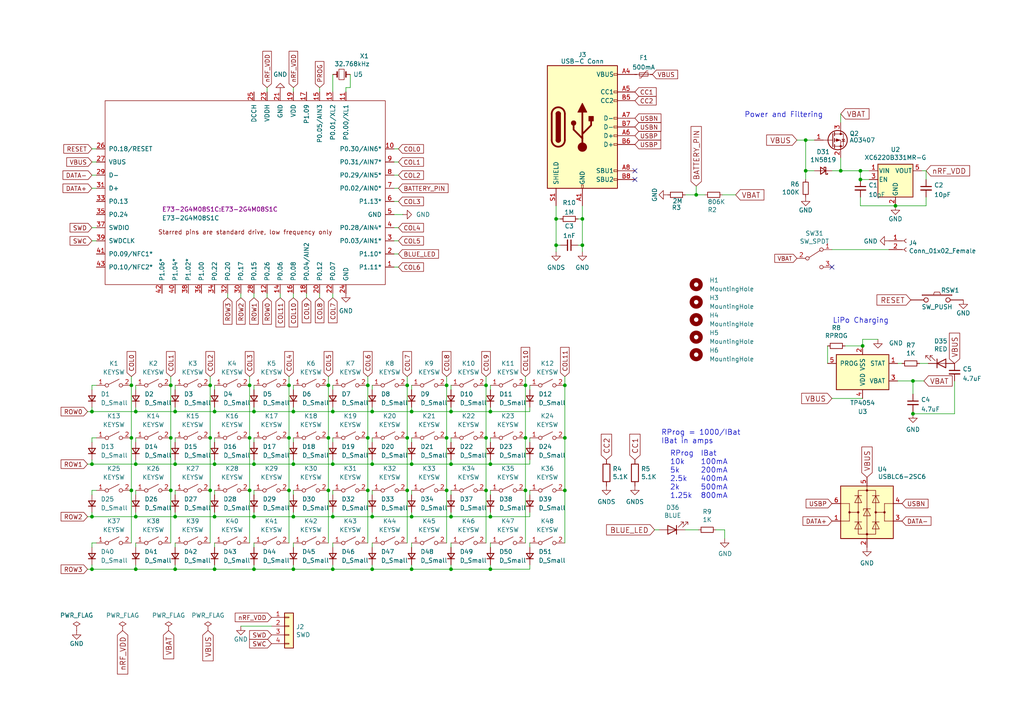
<source format=kicad_sch>
(kicad_sch (version 20250114) (generator "eeschema") (generator_version "9.0")
  (paper "A4")
  (text "RProg\n10k\n5k\n2.5k\n2k\n1.25k" (at 194.31 144.78 0) (effects (font (size 1.524 1.524)) (justify left bottom)))
  (text "Power and Filtering" (at 215.9 34.29 0) (effects (font (size 1.524 1.524)) (justify left bottom)))
  (text "IBat\n100mA\n200mA\n400mA\n500mA\n800mA" (at 203.2 144.78 0) (effects (font (size 1.524 1.524)) (justify left bottom)))
  (text "RProg = 1000/IBat\nIBat in amps" (at 191.77 128.905 0) (effects (font (size 1.524 1.524)) (justify left bottom)))
  (text "LiPo Charging\n" (at 257.81 93.98 0) (effects (font (size 1.524 1.524)) (justify right bottom)))
  (junction (at 152.4 142.24))
  (junction (at 72.39 127))
  (junction (at 249.555 49.53))
  (junction (at 142.24 134.62))
  (junction (at 130.81 119.38))
  (junction (at 26.67 119.38))
  (junction (at 142.24 165.1))
  (junction (at 119.38 149.86))
  (junction (at 85.09 119.38))
  (junction (at 106.68 127))
  (junction (at 26.67 134.62))
  (junction (at 142.24 149.86))
  (junction (at 96.52 119.38))
  (junction (at 62.23 134.62))
  (junction (at 50.8 149.86))
  (junction (at 83.82 111.76))
  (junction (at 39.37 119.38))
  (junction (at 72.39 111.76))
  (junction (at 107.95 149.86))
  (junction (at 73.66 165.1))
  (junction (at 119.38 165.1))
  (junction (at 38.1 111.76))
  (junction (at 264.795 120.015))
  (junction (at 142.24 119.38))
  (junction (at 39.37 149.86))
  (junction (at 26.67 149.86))
  (junction (at 163.83 111.76))
  (junction (at 95.25 142.24))
  (junction (at 95.25 127))
  (junction (at 118.11 111.76))
  (junction (at 163.83 142.24))
  (junction (at 83.82 127))
  (junction (at 106.68 111.76))
  (junction (at 249.555 52.07))
  (junction (at 107.95 119.38))
  (junction (at 85.09 134.62))
  (junction (at 129.54 142.24))
  (junction (at 49.53 127))
  (junction (at 39.37 165.1))
  (junction (at 130.81 149.86))
  (junction (at 73.66 119.38))
  (junction (at 73.66 134.62))
  (junction (at 201.93 56.515))
  (junction (at 85.09 165.1))
  (junction (at 140.97 111.76))
  (junction (at 49.53 142.24))
  (junction (at 152.4 111.76))
  (junction (at 233.68 40.64))
  (junction (at 168.91 63.5))
  (junction (at 60.96 127))
  (junction (at 130.81 165.1))
  (junction (at 50.8 119.38))
  (junction (at 72.39 142.24))
  (junction (at 107.95 165.1))
  (junction (at 152.4 127))
  (junction (at 140.97 142.24))
  (junction (at 250.19 100.33))
  (junction (at 50.8 134.62))
  (junction (at 129.54 111.76))
  (junction (at 161.29 63.5))
  (junction (at 168.91 71.12))
  (junction (at 50.8 165.1))
  (junction (at 233.68 49.53))
  (junction (at 96.52 149.86))
  (junction (at 62.23 149.86))
  (junction (at 161.29 71.12))
  (junction (at 38.1 142.24))
  (junction (at 118.11 142.24))
  (junction (at 39.37 134.62))
  (junction (at 130.81 134.62))
  (junction (at 264.795 110.49))
  (junction (at 38.1 127))
  (junction (at 163.83 127))
  (junction (at 85.09 149.86))
  (junction (at 83.82 142.24))
  (junction (at 119.38 119.38))
  (junction (at 119.38 134.62))
  (junction (at 49.53 111.76))
  (junction (at 62.23 119.38))
  (junction (at 60.96 111.76))
  (junction (at 140.97 127))
  (junction (at 95.25 111.76))
  (junction (at 26.67 165.1))
  (junction (at 96.52 134.62))
  (junction (at 243.84 49.53))
  (junction (at 60.96 142.24))
  (junction (at 73.66 149.86))
  (junction (at 96.52 165.1))
  (junction (at 118.11 127))
  (junction (at 62.23 165.1))
  (junction (at 107.95 134.62))
  (junction (at 259.715 59.69))
  (junction (at 106.68 142.24))
  (junction (at 129.54 127))
  (no_connect (at 241.3 77.47))
  (no_connect (at 184.15 49.53))
  (no_connect (at 184.15 52.07))
  (wire (pts (xy 153.67 157.48) (xy 153.67 158.75)))
  (wire (pts (xy 60.96 127) (xy 60.96 142.24)))
  (wire (pts (xy 27.94 157.48) (xy 26.67 157.48)))
  (wire (pts (xy 85.09 158.75) (xy 85.09 157.48)))
  (wire (pts (xy 96.52 133.35) (xy 96.52 134.62)))
  (wire (pts (xy 140.97 109.22) (xy 140.97 111.76)))
  (wire (pts (xy 26.67 66.04) (xy 27.94 66.04)))
  (wire (pts (xy 119.38 143.51) (xy 119.38 142.24)))
  (wire (pts (xy 49.53 109.22) (xy 49.53 111.76)))
  (wire (pts (xy 62.23 113.03) (xy 62.23 111.76)))
  (wire (pts (xy 85.09 113.03) (xy 85.09 111.76)))
  (wire (pts (xy 60.96 142.24) (xy 60.96 157.48)))
  (wire (pts (xy 106.68 142.24) (xy 106.68 157.48)))
  (wire (pts (xy 50.8 163.83) (xy 50.8 165.1)))
  (wire (pts (xy 107.95 118.11) (xy 107.95 119.38)))
  (wire (pts (xy 26.67 148.59) (xy 26.67 149.86)))
  (wire (pts (xy 39.37 113.03) (xy 39.37 111.76)))
  (wire (pts (xy 96.52 134.62) (xy 107.95 134.62)))
  (wire (pts (xy 118.11 127) (xy 118.11 142.24)))
  (wire (pts (xy 96.52 163.83) (xy 96.52 165.1)))
  (wire (pts (xy 130.81 149.86) (xy 142.24 149.86)))
  (wire (pts (xy 95.25 109.22) (xy 95.25 111.76)))
  (wire (pts (xy 129.54 127) (xy 129.54 142.24)))
  (wire (pts (xy 62.23 128.27) (xy 62.23 127)))
  (wire (pts (xy 168.91 71.12) (xy 168.91 73.025)))
  (wire (pts (xy 130.81 165.1) (xy 142.24 165.1)))
  (wire (pts (xy 142.24 149.86) (xy 153.67 149.86)))
  (wire (pts (xy 85.09 133.35) (xy 85.09 134.62)))
  (wire (pts (xy 50.8 158.75) (xy 50.8 157.48)))
  (wire (pts (xy 60.96 111.76) (xy 60.96 127)))
  (wire (pts (xy 142.24 165.1) (xy 153.67 165.1)))
  (wire (pts (xy 107.95 149.86) (xy 119.38 149.86)))
  (wire (pts (xy 83.82 127) (xy 83.82 142.24)))
  (wire (pts (xy 73.66 128.27) (xy 73.66 127)))
  (wire (pts (xy 210.185 156.21) (xy 210.185 153.67)))
  (wire (pts (xy 95.25 111.76) (xy 95.25 127)))
  (wire (pts (xy 130.81 134.62) (xy 142.24 134.62)))
  (wire (pts (xy 85.09 85.09) (xy 85.09 86.36)))
  (wire (pts (xy 62.23 133.35) (xy 62.23 134.62)))
  (wire (pts (xy 260.35 110.49) (xy 264.795 110.49)))
  (wire (pts (xy 26.67 163.83) (xy 26.67 165.1)))
  (wire (pts (xy 62.23 165.1) (xy 73.66 165.1)))
  (wire (pts (xy 153.67 118.11) (xy 153.67 119.38)))
  (wire (pts (xy 119.38 148.59) (xy 119.38 149.86)))
  (wire (pts (xy 101.6 25.4) (xy 100.33 25.4)))
  (wire (pts (xy 107.95 133.35) (xy 107.95 134.62)))
  (wire (pts (xy 60.96 109.22) (xy 60.96 111.76)))
  (wire (pts (xy 161.29 63.5) (xy 161.29 71.12)))
  (wire (pts (xy 119.38 113.03) (xy 119.38 111.76)))
  (wire (pts (xy 26.67 46.99) (xy 27.94 46.99)))
  (wire (pts (xy 73.66 163.83) (xy 73.66 165.1)))
  (wire (pts (xy 241.3 115.57) (xy 250.19 115.57)))
  (wire (pts (xy 38.1 127) (xy 38.1 142.24)))
  (wire (pts (xy 96.52 158.75) (xy 96.52 157.48)))
  (wire (pts (xy 73.66 143.51) (xy 73.66 142.24)))
  (wire (pts (xy 81.28 85.09) (xy 81.28 86.36)))
  (wire (pts (xy 163.83 109.22) (xy 163.83 111.76)))
  (wire (pts (xy 83.82 111.76) (xy 83.82 127)))
  (wire (pts (xy 106.68 127) (xy 106.68 142.24)))
  (wire (pts (xy 107.95 134.62) (xy 119.38 134.62)))
  (wire (pts (xy 73.66 113.03) (xy 73.66 111.76)))
  (wire (pts (xy 163.83 127) (xy 163.83 142.24)))
  (wire (pts (xy 276.86 110.49) (xy 276.86 120.015)))
  (wire (pts (xy 85.09 134.62) (xy 96.52 134.62)))
  (wire (pts (xy 62.23 134.62) (xy 73.66 134.62)))
  (wire (pts (xy 73.66 134.62) (xy 85.09 134.62)))
  (wire (pts (xy 72.39 109.22) (xy 72.39 111.76)))
  (wire (pts (xy 130.81 148.59) (xy 130.81 149.86)))
  (wire (pts (xy 233.68 52.07) (xy 233.68 49.53)))
  (wire (pts (xy 249.555 49.53) (xy 252.095 49.53)))
  (wire (pts (xy 85.09 119.38) (xy 96.52 119.38)))
  (wire (pts (xy 243.84 33.02) (xy 243.84 35.56)))
  (wire (pts (xy 231.14 40.64) (xy 233.68 40.64)))
  (wire (pts (xy 119.38 165.1) (xy 130.81 165.1)))
  (wire (pts (xy 152.4 142.24) (xy 152.4 157.48)))
  (wire (pts (xy 83.82 109.22) (xy 83.82 111.76)))
  (wire (pts (xy 106.68 111.76) (xy 106.68 127)))
  (wire (pts (xy 204.47 56.515) (xy 201.93 56.515)))
  (wire (pts (xy 62.23 163.83) (xy 62.23 165.1)))
  (wire (pts (xy 168.91 63.5) (xy 168.91 71.12)))
  (wire (pts (xy 268.605 59.69) (xy 259.715 59.69)))
  (wire (pts (xy 96.52 165.1) (xy 107.95 165.1)))
  (wire (pts (xy 72.39 111.76) (xy 72.39 127)))
  (wire (pts (xy 163.83 111.76) (xy 163.83 127)))
  (wire (pts (xy 119.38 158.75) (xy 119.38 157.48)))
  (wire (pts (xy 27.94 111.76) (xy 26.67 111.76)))
  (wire (pts (xy 26.67 134.62) (xy 39.37 134.62)))
  (wire (pts (xy 119.38 128.27) (xy 119.38 127)))
  (wire (pts (xy 50.8 148.59) (xy 50.8 149.86)))
  (wire (pts (xy 130.81 128.27) (xy 130.81 127)))
  (wire (pts (xy 26.67 50.8) (xy 27.94 50.8)))
  (wire (pts (xy 114.3 77.47) (xy 115.57 77.47)))
  (wire (pts (xy 50.8 134.62) (xy 62.23 134.62)))
  (wire (pts (xy 25.4 165.1) (xy 26.67 165.1)))
  (wire (pts (xy 189.865 153.67) (xy 191.135 153.67)))
  (wire (pts (xy 50.8 128.27) (xy 50.8 127)))
  (wire (pts (xy 140.97 142.24) (xy 140.97 157.48)))
  (wire (pts (xy 39.37 149.86) (xy 50.8 149.86)))
  (wire (pts (xy 233.68 49.53) (xy 236.22 49.53)))
  (wire (pts (xy 264.795 110.49) (xy 264.795 114.3)))
  (wire (pts (xy 152.4 111.76) (xy 152.4 127)))
  (wire (pts (xy 107.95 148.59) (xy 107.95 149.86)))
  (wire (pts (xy 77.47 25.4) (xy 77.47 26.67)))
  (wire (pts (xy 250.19 98.425) (xy 250.19 100.33)))
  (wire (pts (xy 119.38 133.35) (xy 119.38 134.62)))
  (wire (pts (xy 240.03 100.33) (xy 240.03 105.41)))
  (wire (pts (xy 85.09 163.83) (xy 85.09 165.1)))
  (wire (pts (xy 140.97 111.76) (xy 140.97 127)))
  (wire (pts (xy 101.6 21.59) (xy 101.6 25.4)))
  (wire (pts (xy 106.68 109.22) (xy 106.68 111.76)))
  (wire (pts (xy 233.68 40.64) (xy 236.22 40.64)))
  (wire (pts (xy 50.8 133.35) (xy 50.8 134.62)))
  (wire (pts (xy 241.3 49.53) (xy 243.84 49.53)))
  (wire (pts (xy 26.67 118.11) (xy 26.67 119.38)))
  (wire (pts (xy 261.62 105.41) (xy 260.35 105.41)))
  (wire (pts (xy 50.8 143.51) (xy 50.8 142.24)))
  (wire (pts (xy 114.3 46.99) (xy 115.57 46.99)))
  (wire (pts (xy 92.71 25.4) (xy 92.71 26.67)))
  (wire (pts (xy 130.81 113.03) (xy 130.81 111.76)))
  (wire (pts (xy 245.11 100.33) (xy 250.19 100.33)))
  (wire (pts (xy 96.52 119.38) (xy 107.95 119.38)))
  (wire (pts (xy 243.84 45.72) (xy 243.84 49.53)))
  (wire (pts (xy 26.67 119.38) (xy 39.37 119.38)))
  (wire (pts (xy 85.09 149.86) (xy 96.52 149.86)))
  (wire (pts (xy 163.83 142.24) (xy 163.83 157.48)))
  (wire (pts (xy 73.66 119.38) (xy 85.09 119.38)))
  (wire (pts (xy 96.52 128.27) (xy 96.52 127)))
  (wire (pts (xy 167.64 63.5) (xy 168.91 63.5)))
  (wire (pts (xy 107.95 119.38) (xy 119.38 119.38)))
  (wire (pts (xy 152.4 109.22) (xy 152.4 111.76)))
  (wire (pts (xy 49.53 111.76) (xy 49.53 127)))
  (wire (pts (xy 26.67 111.76) (xy 26.67 113.03)))
  (wire (pts (xy 69.85 85.09) (xy 69.85 86.36)))
  (wire (pts (xy 114.3 69.85) (xy 115.57 69.85)))
  (wire (pts (xy 130.81 163.83) (xy 130.81 165.1)))
  (wire (pts (xy 107.95 158.75) (xy 107.95 157.48)))
  (wire (pts (xy 114.3 54.61) (xy 115.57 54.61)))
  (wire (pts (xy 73.66 158.75) (xy 73.66 157.48)))
  (wire (pts (xy 26.67 165.1) (xy 39.37 165.1)))
  (wire (pts (xy 39.37 143.51) (xy 39.37 142.24)))
  (wire (pts (xy 142.24 118.11) (xy 142.24 119.38)))
  (wire (pts (xy 201.93 53.975) (xy 201.93 56.515)))
  (wire (pts (xy 142.24 148.59) (xy 142.24 149.86)))
  (wire (pts (xy 114.3 62.23) (xy 116.84 62.23)))
  (wire (pts (xy 114.3 43.18) (xy 115.57 43.18)))
  (wire (pts (xy 49.53 142.24) (xy 49.53 157.48)))
  (wire (pts (xy 161.29 71.12) (xy 161.29 73.025)))
  (wire (pts (xy 264.795 119.38) (xy 264.795 120.015)))
  (wire (pts (xy 129.54 142.24) (xy 129.54 157.48)))
  (wire (pts (xy 119.38 118.11) (xy 119.38 119.38)))
  (wire (pts (xy 142.24 133.35) (xy 142.24 134.62)))
  (wire (pts (xy 25.4 149.86) (xy 26.67 149.86)))
  (wire (pts (xy 269.24 105.41) (xy 266.7 105.41)))
  (wire (pts (xy 39.37 119.38) (xy 50.8 119.38)))
  (wire (pts (xy 142.24 163.83) (xy 142.24 165.1)))
  (wire (pts (xy 49.53 127) (xy 49.53 142.24)))
  (wire (pts (xy 39.37 163.83) (xy 39.37 165.1)))
  (wire (pts (xy 96.52 118.11) (xy 96.52 119.38)))
  (wire (pts (xy 96.52 143.51) (xy 96.52 142.24)))
  (wire (pts (xy 161.29 59.69) (xy 161.29 63.5)))
  (wire (pts (xy 72.39 142.24) (xy 72.39 157.48)))
  (wire (pts (xy 26.67 69.85) (xy 27.94 69.85)))
  (wire (pts (xy 130.81 158.75) (xy 130.81 157.48)))
  (wire (pts (xy 118.11 109.22) (xy 118.11 111.76)))
  (wire (pts (xy 62.23 119.38) (xy 73.66 119.38)))
  (wire (pts (xy 249.555 59.69) (xy 259.715 59.69)))
  (wire (pts (xy 27.94 142.24) (xy 26.67 142.24)))
  (wire (pts (xy 39.37 118.11) (xy 39.37 119.38)))
  (wire (pts (xy 26.67 149.86) (xy 39.37 149.86)))
  (wire (pts (xy 96.52 149.86) (xy 107.95 149.86)))
  (wire (pts (xy 167.64 71.12) (xy 168.91 71.12)))
  (wire (pts (xy 153.67 148.59) (xy 153.67 149.86)))
  (wire (pts (xy 107.95 113.03) (xy 107.95 111.76)))
  (wire (pts (xy 243.84 49.53) (xy 249.555 49.53)))
  (wire (pts (xy 38.1 111.76) (xy 38.1 127)))
  (wire (pts (xy 119.38 119.38) (xy 130.81 119.38)))
  (wire (pts (xy 142.24 157.48) (xy 142.24 158.75)))
  (wire (pts (xy 249.555 57.15) (xy 249.555 59.69)))
  (wire (pts (xy 50.8 149.86) (xy 62.23 149.86)))
  (wire (pts (xy 249.555 52.07) (xy 249.555 49.53)))
  (wire (pts (xy 62.23 143.51) (xy 62.23 142.24)))
  (wire (pts (xy 25.4 134.62) (xy 26.67 134.62)))
  (wire (pts (xy 73.66 149.86) (xy 85.09 149.86)))
  (wire (pts (xy 50.8 113.03) (xy 50.8 111.76)))
  (wire (pts (xy 152.4 127) (xy 152.4 142.24)))
  (wire (pts (xy 129.54 109.22) (xy 129.54 111.76)))
  (wire (pts (xy 142.24 142.24) (xy 142.24 143.51)))
  (wire (pts (xy 72.39 127) (xy 72.39 142.24)))
  (wire (pts (xy 241.3 72.39) (xy 257.81 72.39)))
  (wire (pts (xy 73.66 85.09) (xy 73.66 86.36)))
  (wire (pts (xy 95.25 127) (xy 95.25 142.24)))
  (wire (pts (xy 77.47 85.09) (xy 77.47 86.36)))
  (wire (pts (xy 114.3 66.04) (xy 115.57 66.04)))
  (wire (pts (xy 92.71 85.09) (xy 92.71 86.36)))
  (wire (pts (xy 50.8 119.38) (xy 62.23 119.38)))
  (wire (pts (xy 107.95 165.1) (xy 119.38 165.1)))
  (wire (pts (xy 39.37 134.62) (xy 50.8 134.62)))
  (wire (pts (xy 142.24 127) (xy 142.24 128.27)))
  (wire (pts (xy 114.3 73.66) (xy 115.57 73.66)))
  (wire (pts (xy 62.23 118.11) (xy 62.23 119.38)))
  (wire (pts (xy 26.67 54.61) (xy 27.94 54.61)))
  (wire (pts (xy 114.3 58.42) (xy 115.57 58.42)))
  (wire (pts (xy 142.24 119.38) (xy 153.67 119.38)))
  (wire (pts (xy 198.755 153.67) (xy 202.565 153.67)))
  (wire (pts (xy 153.67 163.83) (xy 153.67 165.1)))
  (wire (pts (xy 85.09 118.11) (xy 85.09 119.38)))
  (wire (pts (xy 50.8 118.11) (xy 50.8 119.38)))
  (wire (pts (xy 213.36 56.515) (xy 209.55 56.515)))
  (wire (pts (xy 85.09 143.51) (xy 85.09 142.24)))
  (wire (pts (xy 62.23 158.75) (xy 62.23 157.48)))
  (wire (pts (xy 66.04 85.09) (xy 66.04 86.36)))
  (wire (pts (xy 88.9 85.09) (xy 88.9 86.36)))
  (wire (pts (xy 129.54 111.76) (xy 129.54 127)))
  (wire (pts (xy 85.09 165.1) (xy 96.52 165.1)))
  (wire (pts (xy 26.67 43.18) (xy 27.94 43.18)))
  (wire (pts (xy 107.95 128.27) (xy 107.95 127)))
  (wire (pts (xy 119.38 163.83) (xy 119.38 165.1)))
  (wire (pts (xy 119.38 149.86) (xy 130.81 149.86)))
  (wire (pts (xy 118.11 111.76) (xy 118.11 127)))
  (wire (pts (xy 26.67 142.24) (xy 26.67 143.51)))
  (wire (pts (xy 161.29 63.5) (xy 162.56 63.5)))
  (wire (pts (xy 85.09 128.27) (xy 85.09 127)))
  (wire (pts (xy 201.93 56.515) (xy 198.755 56.515)))
  (wire (pts (xy 73.66 118.11) (xy 73.66 119.38)))
  (wire (pts (xy 114.3 50.8) (xy 115.57 50.8)))
  (wire (pts (xy 142.24 111.76) (xy 142.24 113.03)))
  (wire (pts (xy 153.67 133.35) (xy 153.67 134.62)))
  (wire (pts (xy 95.25 142.24) (xy 95.25 157.48)))
  (wire (pts (xy 118.11 142.24) (xy 118.11 157.48)))
  (wire (pts (xy 130.81 143.51) (xy 130.81 142.24)))
  (wire (pts (xy 268.605 57.15) (xy 268.605 59.69)))
  (wire (pts (xy 142.24 134.62) (xy 153.67 134.62)))
  (wire (pts (xy 153.67 111.76) (xy 153.67 113.03)))
  (wire (pts (xy 62.23 149.86) (xy 73.66 149.86)))
  (wire (pts (xy 96.52 148.59) (xy 96.52 149.86)))
  (wire (pts (xy 38.1 109.22) (xy 38.1 111.76)))
  (wire (pts (xy 85.09 25.4) (xy 85.09 26.67)))
  (wire (pts (xy 107.95 143.51) (xy 107.95 142.24)))
  (wire (pts (xy 50.8 165.1) (xy 62.23 165.1)))
  (wire (pts (xy 26.67 157.48) (xy 26.67 158.75)))
  (wire (pts (xy 119.38 134.62) (xy 130.81 134.62)))
  (wire (pts (xy 267.335 49.53) (xy 268.605 49.53)))
  (wire (pts (xy 73.66 165.1) (xy 85.09 165.1)))
  (wire (pts (xy 130.81 133.35) (xy 130.81 134.62)))
  (wire (pts (xy 39.37 165.1) (xy 50.8 165.1)))
  (wire (pts (xy 207.645 153.67) (xy 210.185 153.67)))
  (wire (pts (xy 39.37 133.35) (xy 39.37 134.62)))
  (wire (pts (xy 38.1 142.24) (xy 38.1 157.48)))
  (wire (pts (xy 168.91 59.69) (xy 168.91 63.5)))
  (wire (pts (xy 39.37 148.59) (xy 39.37 149.86)))
  (wire (pts (xy 26.67 127) (xy 26.67 128.27)))
  (wire (pts (xy 96.52 21.59) (xy 96.52 26.67)))
  (wire (pts (xy 39.37 128.27) (xy 39.37 127)))
  (wire (pts (xy 254.635 98.425) (xy 250.19 98.425)))
  (wire (pts (xy 73.66 148.59) (xy 73.66 149.86)))
  (wire (pts (xy 39.37 158.75) (xy 39.37 157.48)))
  (wire (pts (xy 26.67 133.35) (xy 26.67 134.62)))
  (wire (pts (xy 153.67 142.24) (xy 153.67 143.51)))
  (wire (pts (xy 153.67 127) (xy 153.67 128.27)))
  (wire (pts (xy 276.86 120.015) (xy 264.795 120.015)))
  (wire (pts (xy 264.795 110.49) (xy 267.97 110.49)))
  (wire (pts (xy 130.81 119.38) (xy 142.24 119.38)))
  (wire (pts (xy 85.09 148.59) (xy 85.09 149.86)))
  (wire (pts (xy 252.095 52.07) (xy 249.555 52.07)))
  (wire (pts (xy 25.4 119.38) (xy 26.67 119.38)))
  (wire (pts (xy 62.23 148.59) (xy 62.23 149.86)))
  (wire (pts (xy 78.74 181.61) (xy 69.85 181.61)))
  (wire (pts (xy 96.52 85.09) (xy 96.52 86.36)))
  (wire (pts (xy 233.68 49.53) (xy 233.68 40.64)))
  (wire (pts (xy 130.81 118.11) (xy 130.81 119.38)))
  (wire (pts (xy 73.66 133.35) (xy 73.66 134.62)))
  (wire (pts (xy 161.29 71.12) (xy 162.56 71.12)))
  (wire (pts (xy 140.97 127) (xy 140.97 142.24)))
  (wire (pts (xy 96.52 113.03) (xy 96.52 111.76)))
  (wire (pts (xy 83.82 142.24) (xy 83.82 157.48)))
  (wire (pts (xy 27.94 127) (xy 26.67 127)))
  (wire (pts (xy 268.605 49.53) (xy 268.605 52.07)))
  (wire (pts (xy 100.33 25.4) (xy 100.33 26.67)))
  (wire (pts (xy 107.95 163.83) (xy 107.95 165.1)))
  (global_label "ROW0" (shape input) (at 77.47 86.36 270) (property "Intersheetrefs" "${INTERSHEET_REFS}" (effects (hide yes))))
  (global_label "VBAT" (shape input) (at 243.84 33.02 0) (effects (font (size 1.524 1.524))) (property "Intersheetrefs" "${INTERSHEET_REFS}" (effects (hide yes))))
  (global_label "ROW2" (shape input) (at 25.4 149.86 180) (property "Intersheetrefs" "${INTERSHEET_REFS}" (effects (hide yes))))
  (global_label "VBUS" (shape input) (at 276.86 105.41 90) (effects (font (size 1.524 1.524))) (property "Intersheetrefs" "${INTERSHEET_REFS}" (effects (hide yes))))
  (global_label "VBUS" (shape input) (at 241.3 115.57 180) (effects (font (size 1.524 1.524))) (property "Intersheetrefs" "${INTERSHEET_REFS}" (effects (hide yes))))
  (global_label "COL9" (shape input) (at 140.97 109.22 90) (property "Intersheetrefs" "${INTERSHEET_REFS}" (effects (hide yes))))
  (global_label "COL11" (shape input) (at 81.28 86.36 270) (property "Intersheetrefs" "${INTERSHEET_REFS}" (effects (hide yes))))
  (global_label "COL7" (shape input) (at 96.52 86.36 270) (property "Intersheetrefs" "${INTERSHEET_REFS}" (effects (hide yes))))
  (global_label "ROW3" (shape input) (at 66.04 86.36 270) (property "Intersheetrefs" "${INTERSHEET_REFS}" (effects (hide yes))))
  (global_label "nRF_VDD" (shape input) (at 78.74 179.07 180) (property "Intersheetrefs" "${INTERSHEET_REFS}" (effects (hide yes))))
  (global_label "USBP" (shape input) (at 184.15 41.91 0) (property "Intersheetrefs" "${INTERSHEET_REFS}" (effects (hide yes))))
  (global_label "nRF_VDD" (shape input) (at 77.47 25.4 90) (property "Intersheetrefs" "${INTERSHEET_REFS}" (effects (hide yes))))
  (global_label "DATA+" (shape input) (at 241.3 151.13 180) (property "Intersheetrefs" "${INTERSHEET_REFS}" (effects (hide yes))))
  (global_label "VBAT" (shape input) (at 213.36 56.515 0) (effects (font (size 1.524 1.524))) (property "Intersheetrefs" "${INTERSHEET_REFS}" (effects (hide yes))))
  (global_label "COL7" (shape input) (at 118.11 109.22 90) (property "Intersheetrefs" "${INTERSHEET_REFS}" (effects (hide yes))))
  (global_label "COL4" (shape input) (at 115.57 66.04 0) (property "Intersheetrefs" "${INTERSHEET_REFS}" (effects (hide yes))))
  (global_label "VBUS" (shape input) (at 231.14 40.64 180) (effects (font (size 1.524 1.524))) (property "Intersheetrefs" "${INTERSHEET_REFS}" (effects (hide yes))))
  (global_label "VBUS" (shape input) (at 251.46 138.43 90) (effects (font (size 1.524 1.524))) (property "Intersheetrefs" "${INTERSHEET_REFS}" (effects (hide yes))))
  (global_label "nRF_VDD" (shape input) (at 35.56 182.88 270) (effects (font (size 1.524 1.524))) (property "Intersheetrefs" "${INTERSHEET_REFS}" (effects (hide yes))))
  (global_label "RESET" (shape input) (at 26.67 43.18 180) (property "Intersheetrefs" "${INTERSHEET_REFS}" (effects (hide yes))))
  (global_label "VBAT" (shape input) (at 267.97 110.49 0) (effects (font (size 1.524 1.524))) (property "Intersheetrefs" "${INTERSHEET_REFS}" (effects (hide yes))))
  (global_label "ROW1" (shape input) (at 73.66 86.36 270) (property "Intersheetrefs" "${INTERSHEET_REFS}" (effects (hide yes))))
  (global_label "ROW2" (shape input) (at 69.85 86.36 270) (property "Intersheetrefs" "${INTERSHEET_REFS}" (effects (hide yes))))
  (global_label "COL10" (shape input) (at 85.09 86.36 270) (property "Intersheetrefs" "${INTERSHEET_REFS}" (effects (hide yes))))
  (global_label "VBAT" (shape input) (at 48.895 182.88 270) (effects (font (size 1.524 1.524))) (property "Intersheetrefs" "${INTERSHEET_REFS}" (effects (hide yes))))
  (global_label "COL10" (shape input) (at 152.4 109.22 90) (property "Intersheetrefs" "${INTERSHEET_REFS}" (effects (hide yes))))
  (global_label "BLUE_LED" (shape input) (at 189.865 153.67 180) (effects (font (size 1.524 1.524))) (property "Intersheetrefs" "${INTERSHEET_REFS}" (effects (hide yes))))
  (global_label "USBP" (shape input) (at 241.3 146.05 180) (property "Intersheetrefs" "${INTERSHEET_REFS}" (effects (hide yes))))
  (global_label "VBUS" (shape input) (at 60.325 182.88 270) (effects (font (size 1.524 1.524))) (property "Intersheetrefs" "${INTERSHEET_REFS}" (effects (hide yes))))
  (global_label "VBAT" (shape input) (at 231.14 74.93 180) (effects (font (size 1.1938 1.1938))) (property "Intersheetrefs" "${INTERSHEET_REFS}" (effects (hide yes))))
  (global_label "PROG" (shape input) (at 92.71 25.4 90) (property "Intersheetrefs" "${INTERSHEET_REFS}" (effects (hide yes))))
  (global_label "BATTERY_PIN" (shape input) (at 115.57 54.61 0) (property "Intersheetrefs" "${INTERSHEET_REFS}" (effects (hide yes))))
  (global_label "SWD" (shape input) (at 78.74 184.15 180) (property "Intersheetrefs" "${INTERSHEET_REFS}" (effects (hide yes))))
  (global_label "DATA-" (shape input) (at 26.67 50.8 180) (property "Intersheetrefs" "${INTERSHEET_REFS}" (effects (hide yes))))
  (global_label "USBP" (shape input) (at 184.15 39.37 0) (property "Intersheetrefs" "${INTERSHEET_REFS}" (effects (hide yes))))
  (global_label "COL3" (shape input) (at 72.39 109.22 90) (property "Intersheetrefs" "${INTERSHEET_REFS}" (effects (hide yes))))
  (global_label "nRF_VDD" (shape input) (at 268.605 49.53 0) (effects (font (size 1.524 1.524))) (property "Intersheetrefs" "${INTERSHEET_REFS}" (effects (hide yes))))
  (global_label "COL11" (shape input) (at 163.83 109.22 90) (property "Intersheetrefs" "${INTERSHEET_REFS}" (effects (hide yes))))
  (global_label "USBN" (shape input) (at 261.62 146.05 0) (property "Intersheetrefs" "${INTERSHEET_REFS}" (effects (hide yes))))
  (global_label "DATA-" (shape input) (at 261.62 151.13 0) (property "Intersheetrefs" "${INTERSHEET_REFS}" (effects (hide yes))))
  (global_label "ROW1" (shape input) (at 25.4 134.62 180) (property "Intersheetrefs" "${INTERSHEET_REFS}" (effects (hide yes))))
  (global_label "COL4" (shape input) (at 83.82 109.22 90) (property "Intersheetrefs" "${INTERSHEET_REFS}" (effects (hide yes))))
  (global_label "BLUE_LED" (shape input) (at 115.57 73.66 0) (property "Intersheetrefs" "${INTERSHEET_REFS}" (effects (hide yes))))
  (global_label "COL6" (shape input) (at 115.57 77.47 0) (property "Intersheetrefs" "${INTERSHEET_REFS}" (effects (hide yes))))
  (global_label "COL0" (shape input) (at 115.57 43.18 0) (property "Intersheetrefs" "${INTERSHEET_REFS}" (effects (hide yes))))
  (global_label "VBUS" (shape input) (at 26.67 46.99 180) (property "Intersheetrefs" "${INTERSHEET_REFS}" (effects (hide yes))))
  (global_label "ROW0" (shape input) (at 25.4 119.38 180) (property "Intersheetrefs" "${INTERSHEET_REFS}" (effects (hide yes))))
  (global_label "COL2" (shape input) (at 60.96 109.22 90) (property "Intersheetrefs" "${INTERSHEET_REFS}" (effects (hide yes))))
  (global_label "COL0" (shape input) (at 38.1 109.22 90) (property "Intersheetrefs" "${INTERSHEET_REFS}" (effects (hide yes))))
  (global_label "SWC" (shape input) (at 26.67 69.85 180) (property "Intersheetrefs" "${INTERSHEET_REFS}" (effects (hide yes))))
  (global_label "CC2" (shape input) (at 175.895 133.35 90) (effects (font (size 1.524 1.524))) (property "Intersheetrefs" "${INTERSHEET_REFS}" (effects (hide yes))))
  (global_label "BATTERY_PIN" (shape input) (at 201.93 53.975 90) (effects (font (size 1.524 1.524))) (property "Intersheetrefs" "${INTERSHEET_REFS}" (effects (hide yes))))
  (global_label "USBN" (shape input) (at 184.15 34.29 0) (property "Intersheetrefs" "${INTERSHEET_REFS}" (effects (hide yes))))
  (global_label "ROW3" (shape input) (at 25.4 165.1 180) (property "Intersheetrefs" "${INTERSHEET_REFS}" (effects (hide yes))))
  (global_label "COL2" (shape input) (at 115.57 50.8 0) (property "Intersheetrefs" "${INTERSHEET_REFS}" (effects (hide yes))))
  (global_label "VBUS" (shape input) (at 189.23 21.59 0) (property "Intersheetrefs" "${INTERSHEET_REFS}" (effects (hide yes))))
  (global_label "DATA+" (shape input) (at 26.67 54.61 180) (property "Intersheetrefs" "${INTERSHEET_REFS}" (effects (hide yes))))
  (global_label "COL8" (shape input) (at 129.54 109.22 90) (property "Intersheetrefs" "${INTERSHEET_REFS}" (effects (hide yes))))
  (global_label "COL5" (shape input) (at 115.57 69.85 0) (property "Intersheetrefs" "${INTERSHEET_REFS}" (effects (hide yes))))
  (global_label "SWC" (shape input) (at 78.74 186.69 180) (property "Intersheetrefs" "${INTERSHEET_REFS}" (effects (hide yes))))
  (global_label "RESET" (shape input) (at 264.16 86.995 180) (effects (font (size 1.524 1.524))) (property "Intersheetrefs" "${INTERSHEET_REFS}" (effects (hide yes))))
  (global_label "COL1" (shape input) (at 49.53 109.22 90) (property "Intersheetrefs" "${INTERSHEET_REFS}" (effects (hide yes))))
  (global_label "COL8" (shape input) (at 92.71 86.36 270) (property "Intersheetrefs" "${INTERSHEET_REFS}" (effects (hide yes))))
  (global_label "SWD" (shape input) (at 26.67 66.04 180) (property "Intersheetrefs" "${INTERSHEET_REFS}" (effects (hide yes))))
  (global_label "CC1" (shape input) (at 184.15 133.35 90) (effects (font (size 1.524 1.524))) (property "Intersheetrefs" "${INTERSHEET_REFS}" (effects (hide yes))))
  (global_label "USBN" (shape input) (at 184.15 36.83 0) (property "Intersheetrefs" "${INTERSHEET_REFS}" (effects (hide yes))))
  (global_label "COL6" (shape input) (at 106.68 109.22 90) (property "Intersheetrefs" "${INTERSHEET_REFS}" (effects (hide yes))))
  (global_label "CC1" (shape input) (at 184.15 26.67 0) (property "Intersheetrefs" "${INTERSHEET_REFS}" (effects (hide yes))))
  (global_label "COL1" (shape input) (at 115.57 46.99 0) (property "Intersheetrefs" "${INTERSHEET_REFS}" (effects (hide yes))))
  (global_label "COL5" (shape input) (at 95.25 109.22 90) (property "Intersheetrefs" "${INTERSHEET_REFS}" (effects (hide yes))))
  (global_label "COL9" (shape input) (at 88.9 86.36 270) (property "Intersheetrefs" "${INTERSHEET_REFS}" (effects (hide yes))))
  (global_label "COL3" (shape input) (at 115.57 58.42 0) (property "Intersheetrefs" "${INTERSHEET_REFS}" (effects (hide yes))))
  (global_label "nRF_VDD" (shape input) (at 85.09 25.4 90) (property "Intersheetrefs" "${INTERSHEET_REFS}" (effects (hide yes))))
  (global_label "CC2" (shape input) (at 184.15 29.21 0) (property "Intersheetrefs" "${INTERSHEET_REFS}" (effects (hide yes))))
  (symbol (lib_id "Keyboard_Components:KEYSW") (at 158.75 157.48 0) (unit 1)
    (property "Reference" "K48" (at 158.75 151.13 0))
    (property "Value" "KEYSW" (at 158.75 153.67 0))
    (property "Footprint" "kbd:keyswitch_gateron_low_profile_1u" (effects (hide yes)))
  )
  (symbol (lib_id "Keyboard_Components:KEYSW") (at 55.88 111.76 0) (unit 1)
    (property "Reference" "K3" (at 55.88 105.41 0))
    (property "Value" "KEYSW" (at 55.88 107.95 0))
    (property "Footprint" "kbd:keyswitch_gateron_low_profile_1u" (effects (hide yes)))
  )
  (symbol (lib_id "Device:D_Small") (at 96.52 115.57 90) (unit 1)
    (property "Reference" "D7" (at 99.06 114.3 90) (effects (justify right)))
    (property "Value" "D_Small" (at 99.06 116.84 90) (effects (justify right)))
    (property "Footprint" "kbd:D3_SMD" (effects (hide yes)))
  )
  (symbol (lib_id "Device:R_Small") (at 207.01 56.515 270) (unit 1)
    (property "Reference" "R2" (at 205.232 60.8584 90) (effects (justify left)))
    (property "Value" "806K" (at 205.232 58.547 90) (effects (justify left)))
    (property "Footprint" "kbd:R_0603_1608Metric_REV" (effects (hide yes)))
  )
  (symbol (lib_id "Device:R") (at 184.15 137.16 0) (unit 1)
    (property "Reference" "R5" (at 185.928 135.9916 0) (effects (justify left)))
    (property "Value" "5.1K" (at 185.928 138.303 0) (effects (justify left)))
    (property "Footprint" "kbd:R_0603_1608Metric_REV" (effects (hide yes)))
  )
  (symbol (lib_id "Device:R") (at 175.895 137.16 0) (unit 1)
    (property "Reference" "R4" (at 177.673 135.9916 0) (effects (justify left)))
    (property "Value" "5.1K" (at 177.673 138.303 0) (effects (justify left)))
    (property "Footprint" "kbd:R_0603_1608Metric_REV" (effects (hide yes)))
  )
  (symbol (lib_id "Keyboard_Components:KEYSW") (at 44.45 111.76 0) (unit 1)
    (property "Reference" "K2" (at 44.45 105.41 0))
    (property "Value" "KEYSW" (at 44.45 107.95 0))
    (property "Footprint" "kbd:keyswitch_gateron_low_profile_1u" (effects (hide yes)))
  )
  (symbol (lib_id "Device:D_Small") (at 119.38 146.05 90) (unit 1)
    (property "Reference" "D34" (at 121.92 144.78 90) (effects (justify right)))
    (property "Value" "D_Small" (at 121.92 147.32 90) (effects (justify right)))
    (property "Footprint" "kbd:D3_SMD" (effects (hide yes)))
  )
  (symbol (lib_name "GND_1") (lib_id "power:GND") (at 116.84 62.23 90) (unit 1)
    (property "Reference" "#PWR019" (effects (hide yes)))
    (property "Value" "GND" (at 120.65 62.2299 90) (effects (justify right)))
    (property "Description" "Power symbol creates a global label with name \"GND\" , ground" (effects (hide yes)))
  )
  (symbol (lib_id "Device:D_Small") (at 26.67 115.57 90) (unit 1)
    (property "Reference" "D1" (at 29.21 114.3 90) (effects (justify right)))
    (property "Value" "D_Small" (at 29.21 116.84 90) (effects (justify right)))
    (property "Footprint" "kbd:D3_SMD" (effects (hide yes)))
  )
  (symbol (lib_id "Keyboard_Components:KEYSW") (at 135.89 127 0) (unit 1)
    (property "Reference" "K22" (at 135.89 120.65 0))
    (property "Value" "KEYSW" (at 135.89 123.19 0))
    (property "Footprint" "kbd:keyswitch_gateron_low_profile_1u" (effects (hide yes)))
  )
  (symbol (lib_id "Keyboard_Components:KEYSW") (at 158.75 111.76 0) (unit 1)
    (property "Reference" "K12" (at 158.75 105.41 0))
    (property "Value" "KEYSW" (at 158.75 107.95 0))
    (property "Footprint" "kbd:keyswitch_gateron_low_profile_1u" (effects (hide yes)))
  )
  (symbol (lib_id "power:PWR_FLAG") (at 22.225 182.88 0) (unit 1)
    (property "Reference" "#FLG01" (effects (hide yes)))
    (property "Value" "PWR_FLAG" (at 22.225 178.4858 0))
  )
  (symbol (lib_id "Device:D_Schottky_Small") (at 238.76 49.53 180) (unit 1)
    (property "Reference" "D31" (at 238.76 44.0436 0))
    (property "Value" "1N5819" (at 238.76 46.355 0))
    (property "Footprint" "kbd:D_SOD-323_HandSoldering_REV" (effects (hide yes)))
  )
  (symbol (lib_id "Keyboard_Components:KEYSW") (at 158.75 127 0) (unit 1)
    (property "Reference" "K24" (at 158.75 120.65 0))
    (property "Value" "KEYSW" (at 158.75 123.19 0))
    (property "Footprint" "kbd:keyswitch_gateron_low_profile_1u" (effects (hide yes)))
  )
  (symbol (lib_id "Device:D_Small") (at 62.23 161.29 90) (unit 1)
    (property "Reference" "D43" (at 64.77 160.02 90) (effects (justify right)))
    (property "Value" "D_Small" (at 64.77 162.56 90) (effects (justify right)))
    (property "Footprint" "kbd:D3_SMD" (effects (hide yes)))
  )
  (symbol (lib_id "Keyboard_Components:KEYSW") (at 101.6 127 0) (unit 1)
    (property "Reference" "K19" (at 101.6 120.65 0))
    (property "Value" "KEYSW" (at 101.6 123.19 0))
    (property "Footprint" "kbd:keyswitch_gateron_low_profile_1u" (effects (hide yes)))
  )
  (symbol (lib_id "Keyboard_Components:KEYSW") (at 55.88 127 0) (unit 1)
    (property "Reference" "K15" (at 55.88 120.65 0))
    (property "Value" "KEYSW" (at 55.88 123.19 0))
    (property "Footprint" "kbd:keyswitch_gateron_low_profile_1u" (effects (hide yes)))
  )
  (symbol (lib_id "Regulator_Linear:AP2112K-3.3") (at 259.715 52.07 0) (unit 1)
    (property "Reference" "U2" (at 259.715 43.3832 0))
    (property "Value" "XC6220B331MR-G" (at 259.715 45.6946 0))
    (property "Footprint" "kbd:SOT-23-5_HandSoldering_REV" (effects (hide yes)))
    (property "Datasheet" "https://www.diodes.com/assets/Datasheets/AP2112.pdf" (effects (hide yes)))
  )
  (symbol (lib_id "Device:D_Small") (at 85.09 161.29 90) (unit 1)
    (property "Reference" "D45" (at 87.63 160.02 90) (effects (justify right)))
    (property "Value" "D_Small" (at 87.63 162.56 90) (effects (justify right)))
    (property "Footprint" "kbd:D3_SMD" (effects (hide yes)))
  )
  (symbol (lib_id "Device:D_Small") (at 107.95 115.57 90) (unit 1)
    (property "Reference" "D8" (at 110.49 114.3 90) (effects (justify right)))
    (property "Value" "D_Small" (at 110.49 116.84 90) (effects (justify right)))
    (property "Footprint" "kbd:D3_SMD" (effects (hide yes)))
  )
  (symbol (lib_id "Device:R_Small") (at 242.57 100.33 90) (mirror x) (unit 1)
    (property "Reference" "R8" (at 242.57 95.0722 90))
    (property "Value" "RPROG" (at 242.57 97.3836 90))
    (property "Footprint" "kbd:R_0603_1608Metric_REV" (effects (hide yes)))
  )
  (symbol (lib_id "power:GNDS") (at 175.895 140.97 0) (unit 1)
    (property "Reference" "#PWR08" (effects (hide yes)))
    (property "Value" "GNDS" (at 175.895 145.5326 0))
  )
  (symbol (lib_id "Device:D_Small") (at 50.8 130.81 90) (unit 1)
    (property "Reference" "D15" (at 53.34 129.54 90) (effects (justify right)))
    (property "Value" "D_Small" (at 53.34 132.08 90) (effects (justify right)))
    (property "Footprint" "kbd:D3_SMD" (effects (hide yes)))
  )
  (symbol (lib_id "Device:D_Small") (at 130.81 146.05 90) (unit 1)
    (property "Reference" "D37" (at 133.35 144.78 90) (effects (justify right)))
    (property "Value" "D_Small" (at 133.35 147.32 90) (effects (justify right)))
    (property "Footprint" "kbd:D3_SMD" (effects (hide yes)))
  )
  (symbol (lib_id "Device:C_Small") (at 264.795 116.84 0) (unit 1)
    (property "Reference" "C4" (at 267.1192 115.9315 0) (effects (justify left)))
    (property "Value" "4.7uF" (at 267.1192 118.7066 0) (effects (justify left)))
    (property "Footprint" "kbd:C_0603_1608Metric_REV" (effects (hide yes)))
    (property "LCSC" "C19666" (effects (hide yes)))
  )
  (symbol (lib_id "Device:D_Small") (at 85.09 115.57 90) (unit 1)
    (property "Reference" "D6" (at 87.63 114.3 90) (effects (justify right)))
    (property "Value" "D_Small" (at 87.63 116.84 90) (effects (justify right)))
    (property "Footprint" "kbd:D3_SMD" (effects (hide yes)))
  )
  (symbol (lib_id "Keyboard_Components:KEYSW") (at 90.17 127 0) (unit 1)
    (property "Reference" "K18" (at 90.17 120.65 0))
    (property "Value" "KEYSW" (at 90.17 123.19 0))
    (property "Footprint" "kbd:keyswitch_gateron_low_profile_1u" (effects (hide yes)))
  )
  (symbol (lib_id "Power_Protection:USBLC6-2SC6") (at 251.46 148.59 0) (unit 1)
    (property "Reference" "U4" (at 255.905 136.1144 0))
    (property "Value" "USBLC6-2SC6" (at 261.62 138.2545 0))
    (property "Footprint" "kbd:SOT-23-6_Handsoldering_REV" (effects (hide yes)))
    (property "Datasheet" "https://www.st.com/resource/en/datasheet/usblc6-2.pdf" (effects (hide yes)))
    (property "LCSC" "C558442" (effects (hide yes)))
  )
  (symbol (lib_id "Device:C_Small") (at 268.605 54.61 0) (unit 1)
    (property "Reference" "C2" (at 270.9292 53.7015 0) (effects (justify left)))
    (property "Value" "10pF" (at 270.9292 56.4766 0) (effects (justify left)))
    (property "Footprint" "kbd:C_0603_1608Metric_REV" (effects (hide yes)))
    (property "LCSC" "C1634" (effects (hide yes)))
  )
  (symbol (lib_id "E73-2G4M08S1C:E73-2G4M08S1C") (at 71.12 55.88 0) (unit 1)
    (property "Reference" "U5" (at 102.4733 21.59 0) (effects (justify left)))
    (property "Value" "E73-2G4M08S1C" (at 46.99 63.246 0) (effects (justify left)))
    (property "Footprint" "E73-2G4M08S1C:E73-2G4M08S1C" (at 46.99 60.706 0) (effects (justify left)))
    (property "Datasheet" "http://www.ebyte.com/en/downpdf.aspx?id=445" (effects (hide yes)))
    (property "Description" "CDEbyte E73-2G4M08S1C" (effects (hide yes)))
  )
  (symbol (lib_id "Connector_Generic:Conn_01x04") (at 83.82 181.61 0) (unit 1)
    (property "Reference" "J2" (at 85.852 181.8132 0) (effects (justify left)))
    (property "Value" "SWD" (at 85.852 184.1246 0) (effects (justify left)))
    (property "Footprint" "kbd:connector_swd_REV" (effects (hide yes)))
  )
  (symbol (lib_id "Mechanical:MountingHole") (at 201.93 97.79 0) (unit 1)
    (property "Reference" "H5" (at 205.74 96.52 0) (effects (justify left)))
    (property "Value" "MountingHole" (at 205.74 99.06 0) (effects (justify left)))
    (property "Footprint" "kbd:M2-MountingHole-Standoff" (effects (hide yes)))
  )
  (symbol (lib_id "Device:D_Small") (at 96.52 146.05 90) (unit 1)
    (property "Reference" "D32" (at 99.06 144.78 90) (effects (justify right)))
    (property "Value" "D_Small" (at 99.06 147.32 90) (effects (justify right)))
    (property "Footprint" "kbd:D3_SMD" (effects (hide yes)))
  )
  (symbol (lib_id "power:GND") (at 210.185 156.21 0) (unit 1)
    (property "Reference" "#PWR018" (effects (hide yes)))
    (property "Value" "GND" (at 210.312 160.6042 0))
  )
  (symbol (lib_id "Keyboard_Components:KEYSW") (at 44.45 127 0) (unit 1)
    (property "Reference" "K14" (at 44.45 120.65 0))
    (property "Value" "KEYSW" (at 44.45 123.19 0))
    (property "Footprint" "kbd:keyswitch_gateron_low_profile_1u" (effects (hide yes)))
  )
  (symbol (lib_id "power:GND") (at 257.81 69.85 270) (unit 1)
    (property "Reference" "#PWR01" (effects (hide yes)))
    (property "Value" "GND" (at 254.5588 69.977 90) (effects (justify right)))
  )
  (symbol (lib_id "Keyboard_Components:KEYSW") (at 55.88 142.24 0) (unit 1)
    (property "Reference" "K27" (at 55.88 135.89 0))
    (property "Value" "KEYSW" (at 55.88 138.43 0))
    (property "Footprint" "kbd:keyswitch_gateron_low_profile_1u" (effects (hide yes)))
  )
  (symbol (lib_id "Keyboard_Components:KEYSW") (at 67.31 142.24 0) (unit 1)
    (property "Reference" "K28" (at 67.31 135.89 0))
    (property "Value" "KEYSW" (at 67.31 138.43 0))
    (property "Footprint" "kbd:keyswitch_gateron_low_profile_1u" (effects (hide yes)))
  )
  (symbol (lib_id "Keyboard_Components:KEYSW") (at 33.02 127 0) (unit 1)
    (property "Reference" "K13" (at 33.02 120.65 0))
    (property "Value" "KEYSW" (at 33.02 123.19 0))
    (property "Footprint" "kbd:keyswitch_gateron_low_profile_1u" (effects (hide yes)))
  )
  (symbol (lib_id "Device:D_Small") (at 119.38 161.29 90) (unit 1)
    (property "Reference" "D48" (at 121.92 160.02 90) (effects (justify right)))
    (property "Value" "D_Small" (at 121.92 162.56 90) (effects (justify right)))
    (property "Footprint" "kbd:D3_SMD" (effects (hide yes)))
  )
  (symbol (lib_id "Mechanical:MountingHole") (at 201.93 87.63 0) (unit 1)
    (property "Reference" "H3" (at 205.74 86.36 0) (effects (justify left)))
    (property "Value" "MountingHole" (at 205.74 88.9 0) (effects (justify left)))
    (property "Footprint" "kbd:M2-MountingHole-Standoff" (effects (hide yes)))
  )
  (symbol (lib_id "power:GND") (at 69.85 181.61 0) (mirror y) (unit 1)
    (property "Reference" "#PWR06" (effects (hide yes)))
    (property "Value" "GND" (at 69.85 185.42 0))
  )
  (symbol (lib_id "Device:D_Small") (at 119.38 115.57 90) (unit 1)
    (property "Reference" "D9" (at 121.92 114.3 90) (effects (justify right)))
    (property "Value" "D_Small" (at 121.92 116.84 90) (effects (justify right)))
    (property "Footprint" "kbd:D3_SMD" (effects (hide yes)))
  )
  (symbol (lib_id "power:PWR_FLAG") (at 48.895 182.88 0) (unit 1)
    (property "Reference" "#FLG03" (effects (hide yes)))
    (property "Value" "PWR_FLAG" (at 48.895 178.4858 0))
  )
  (symbol (lib_id "Device:D_Small") (at 26.67 161.29 90) (unit 1)
    (property "Reference" "D40" (at 29.21 160.02 90) (effects (justify right)))
    (property "Value" "D_Small" (at 29.21 162.56 90) (effects (justify right)))
    (property "Footprint" "kbd:D3_SMD" (effects (hide yes)))
  )
  (symbol (lib_id "Keyboard_Components:KEYSW") (at 158.75 142.24 0) (unit 1)
    (property "Reference" "K36" (at 158.75 135.89 0))
    (property "Value" "KEYSW" (at 158.75 138.43 0))
    (property "Footprint" "kbd:keyswitch_gateron_low_profile_1u" (effects (hide yes)))
  )
  (symbol (lib_id "Device:Q_PMOS_GSD") (at 241.3 40.64 0) (unit 1)
    (property "Reference" "Q2" (at 246.38 38.735 0) (effects (justify left)))
    (property "Value" "AO3407" (at 246.38 40.64 0) (effects (justify left)))
    (property "Footprint" "kbd:SOT-23_Handsoldering_REV" (effects (hide yes)))
  )
  (symbol (lib_id "Mechanical:MountingHole") (at 201.93 82.55 0) (unit 1)
    (property "Reference" "H1" (at 205.74 81.28 0) (effects (justify left)))
    (property "Value" "MountingHole" (at 205.74 83.82 0) (effects (justify left)))
    (property "Footprint" "kbd:M2-MountingHole-Standoff" (effects (hide yes)))
  )
  (symbol (lib_id "Keyboard_Components:KEYSW") (at 101.6 142.24 0) (unit 1)
    (property "Reference" "K31" (at 101.6 135.89 0))
    (property "Value" "KEYSW" (at 101.6 138.43 0))
    (property "Footprint" "kbd:keyswitch_gateron_low_profile_1u" (effects (hide yes)))
  )
  (symbol (lib_id "Connector:USB_C_Receptacle_USB2.0") (at 168.91 36.83 0) (unit 1)
    (property "Reference" "J3" (at 168.91 15.875 0))
    (property "Value" "USB-C Conn" (at 168.91 17.78 0))
    (property "Footprint" "kbd:USB-C_C168688_REV" (effects (hide yes)))
    (property "Datasheet" "https://www.usb.org/sites/default/files/documents/usb_type-c.zip" (effects (hide yes)))
  )
  (symbol (lib_id "Device:D_Small") (at 153.67 146.05 90) (unit 1)
    (property "Reference" "D39" (at 156.21 144.78 90) (effects (justify right)))
    (property "Value" "D_Small" (at 156.21 147.32 90) (effects (justify right)))
    (property "Footprint" "kbd:D3_SMD" (effects (hide yes)))
  )
  (symbol (lib_id "Device:D_Small") (at 73.66 130.81 90) (unit 1)
    (property "Reference" "D17" (at 76.2 129.54 90) (effects (justify right)))
    (property "Value" "D_Small" (at 76.2 132.08 90) (effects (justify right)))
    (property "Footprint" "kbd:D3_SMD" (effects (hide yes)))
  )
  (symbol (lib_id "power:GND") (at 254.635 98.425 0) (unit 1)
    (property "Reference" "#PWR016" (effects (hide yes)))
    (property "Value" "GND" (at 257.81 99.5044 0) (effects (justify left)))
  )
  (symbol (lib_name "GND_1") (lib_id "power:GND") (at 81.28 26.67 180) (unit 1)
    (property "Reference" "#PWR03" (effects (hide yes)))
    (property "Value" "GND" (at 81.28 21.59 0))
    (property "Description" "Power symbol creates a global label with name \"GND\" , ground" (effects (hide yes)))
  )
  (symbol (lib_id "Device:D_Small") (at 142.24 130.81 90) (unit 1)
    (property "Reference" "D23" (at 144.78 129.54 90) (effects (justify right)))
    (property "Value" "D_Small" (at 144.78 132.08 90) (effects (justify right)))
    (property "Footprint" "kbd:D3_SMD" (effects (hide yes)))
  )
  (symbol (lib_id "Device:C_Small") (at 249.555 54.61 0) (unit 1)
    (property "Reference" "C1" (at 251.8792 53.7015 0) (effects (justify left)))
    (property "Value" "10pF" (at 251.8792 56.4766 0) (effects (justify left)))
    (property "Footprint" "kbd:C_0603_1608Metric_REV" (effects (hide yes)))
    (property "LCSC" "C1634" (effects (hide yes)))
  )
  (symbol (lib_id "Keyboard_Components:KEYSW") (at 124.46 157.48 0) (unit 1)
    (property "Reference" "K45" (at 124.46 151.13 0))
    (property "Value" "KEYSW" (at 124.46 153.67 0))
    (property "Footprint" "kbd:keyswitch_gateron_low_profile_1u" (effects (hide yes)))
  )
  (symbol (lib_id "Keyboard_Components:KEYSW") (at 44.45 157.48 0) (unit 1)
    (property "Reference" "K38" (at 44.45 151.13 0))
    (property "Value" "KEYSW" (at 44.45 153.67 0))
    (property "Footprint" "kbd:keyswitch_gateron_low_profile_1u" (effects (hide yes)))
  )
  (symbol (lib_id "Device:D_Small") (at 26.67 146.05 90) (unit 1)
    (property "Reference" "D25" (at 29.21 144.78 90) (effects (justify right)))
    (property "Value" "D_Small" (at 29.21 147.32 90) (effects (justify right)))
    (property "Footprint" "kbd:D3_SMD" (effects (hide yes)))
  )
  (symbol (lib_id "Device:D_Small") (at 142.24 146.05 90) (unit 1)
    (property "Reference" "D38" (at 144.78 144.78 90) (effects (justify right)))
    (property "Value" "D_Small" (at 144.78 147.32 90) (effects (justify right)))
    (property "Footprint" "kbd:D3_SMD" (effects (hide yes)))
  )
  (symbol (lib_id "power:GND") (at 264.795 120.015 0) (unit 1)
    (property "Reference" "#PWR017" (effects (hide yes)))
    (property "Value" "GND" (at 264.795 124.5776 0))
  )
  (symbol (lib_id "Keyboard_Components:KEYSW") (at 101.6 111.76 0) (unit 1)
    (property "Reference" "K7" (at 101.6 105.41 0))
    (property "Value" "KEYSW" (at 101.6 107.95 0))
    (property "Footprint" "kbd:keyswitch_gateron_low_profile_1u" (effects (hide yes)))
  )
  (symbol (lib_id "power:GND") (at 233.68 57.15 0) (unit 1)
    (property "Reference" "#PWR013" (effects (hide yes)))
    (property "Value" "GND" (at 233.68 60.96 0))
  )
  (symbol (lib_id "Device:D_Small") (at 107.95 146.05 90) (unit 1)
    (property "Reference" "D33" (at 110.49 144.78 90) (effects (justify right)))
    (property "Value" "D_Small" (at 110.49 147.32 90) (effects (justify right)))
    (property "Footprint" "kbd:D3_SMD" (effects (hide yes)))
  )
  (symbol (lib_id "Device:D_Small") (at 39.37 130.81 90) (unit 1)
    (property "Reference" "D14" (at 41.91 129.54 90) (effects (justify right)))
    (property "Value" "D_Small" (at 41.91 132.08 90) (effects (justify right)))
    (property "Footprint" "kbd:D3_SMD" (effects (hide yes)))
  )
  (symbol (lib_name "GND_1") (lib_id "power:GND") (at 100.33 85.09 0) (unit 1)
    (property "Reference" "#PWR05" (effects (hide yes)))
    (property "Value" "GND" (at 100.33 90.17 0))
    (property "Description" "Power symbol creates a global label with name \"GND\" , ground" (effects (hide yes)))
  )
  (symbol (lib_id "Keyboard_Components:KEYSW") (at 113.03 127 0) (unit 1)
    (property "Reference" "K20" (at 113.03 120.65 0))
    (property "Value" "KEYSW" (at 113.03 123.19 0))
    (property "Footprint" "kbd:keyswitch_gateron_low_profile_1u" (effects (hide yes)))
  )
  (symbol (lib_id "Mechanical:MountingHole") (at 201.93 102.87 0) (unit 1)
    (property "Reference" "H6" (at 205.74 101.6 0) (effects (justify left)))
    (property "Value" "MountingHole" (at 205.74 104.14 0) (effects (justify left)))
    (property "Footprint" "kbd:M2-MountingHole-Standoff" (effects (hide yes)))
  )
  (symbol (lib_id "power:GND") (at 251.46 158.75 0) (unit 1)
    (property "Reference" "#PWR09" (effects (hide yes)))
    (property "Value" "GND" (at 251.46 163.3126 0))
  )
  (symbol (lib_id "Device:D_Small") (at 62.23 115.57 90) (unit 1)
    (property "Reference" "D4" (at 64.77 114.3 90) (effects (justify right)))
    (property "Value" "D_Small" (at 64.77 116.84 90) (effects (justify right)))
    (property "Footprint" "kbd:D3_SMD" (effects (hide yes)))
  )
  (symbol (lib_id "Keyboard_Components:KEYSW") (at 67.31 111.76 0) (unit 1)
    (property "Reference" "K4" (at 67.31 105.41 0))
    (property "Value" "KEYSW" (at 67.31 107.95 0))
    (property "Footprint" "kbd:keyswitch_gateron_low_profile_1u" (effects (hide yes)))
  )
  (symbol (lib_id "Device:D_Small") (at 50.8 146.05 90) (unit 1)
    (property "Reference" "D27" (at 53.34 144.78 90) (effects (justify right)))
    (property "Value" "D_Small" (at 53.34 147.32 90) (effects (justify right)))
    (property "Footprint" "kbd:D3_SMD" (effects (hide yes)))
  )
  (symbol (lib_id "Device:D_Small") (at 130.81 130.81 90) (unit 1)
    (property "Reference" "D22" (at 133.35 129.54 90) (effects (justify right)))
    (property "Value" "D_Small" (at 133.35 132.08 90) (effects (justify right)))
    (property "Footprint" "kbd:D3_SMD" (effects (hide yes)))
  )
  (symbol (lib_id "Device:D_Small") (at 119.38 130.81 90) (unit 1)
    (property "Reference" "D21" (at 121.92 129.54 90) (effects (justify right)))
    (property "Value" "D_Small" (at 121.92 132.08 90) (effects (justify right)))
    (property "Footprint" "kbd:D3_SMD" (effects (hide yes)))
  )
  (symbol (lib_id "Device:D_Small") (at 130.81 161.29 90) (unit 1)
    (property "Reference" "D49" (at 133.35 160.02 90) (effects (justify right)))
    (property "Value" "D_Small" (at 133.35 162.56 90) (effects (justify right)))
    (property "Footprint" "kbd:D3_SMD" (effects (hide yes)))
  )
  (symbol (lib_id "power:GND") (at 259.715 59.69 0) (unit 1)
    (property "Reference" "#PWR014" (effects (hide yes)))
    (property "Value" "GND" (at 259.715 63.5 0))
  )
  (symbol (lib_id "Keyboard_Components:KEYSW") (at 101.6 157.48 0) (unit 1)
    (property "Reference" "K43" (at 101.6 151.13 0))
    (property "Value" "KEYSW" (at 101.6 153.67 0))
    (property "Footprint" "kbd:keyswitch_gateron_low_profile_1u" (effects (hide yes)))
  )
  (symbol (lib_id "Device:D_Small") (at 39.37 146.05 90) (unit 1)
    (property "Reference" "D26" (at 41.91 144.78 90) (effects (justify right)))
    (property "Value" "D_Small" (at 41.91 147.32 90) (effects (justify right)))
    (property "Footprint" "kbd:D3_SMD" (effects (hide yes)))
  )
  (symbol (lib_id "Keyboard_Components:KEYSW") (at 90.17 157.48 0) (unit 1)
    (property "Reference" "K42" (at 90.17 151.13 0))
    (property "Value" "KEYSW" (at 90.17 153.67 0))
    (property "Footprint" "kbd:keyswitch_gateron_low_profile_1u" (effects (hide yes)))
  )
  (symbol (lib_id "Keyboard_Components:KEYSW") (at 78.74 127 0) (unit 1)
    (property "Reference" "K17" (at 78.74 120.65 0))
    (property "Value" "KEYSW" (at 78.74 123.19 0))
    (property "Footprint" "kbd:keyswitch_gateron_low_profile_1u" (effects (hide yes)))
  )
  (symbol (lib_id "Device:D_Small") (at 107.95 130.81 90) (unit 1)
    (property "Reference" "D20" (at 110.49 129.54 90) (effects (justify right)))
    (property "Value" "D_Small" (at 110.49 132.08 90) (effects (justify right)))
    (property "Footprint" "kbd:D3_SMD" (effects (hide yes)))
  )
  (symbol (lib_id "power:GND") (at 22.225 182.88 0) (unit 1)
    (property "Reference" "#PWR011" (effects (hide yes)))
    (property "Value" "GND" (at 22.225 186.69 0))
  )
  (symbol (lib_id "power:GND") (at 168.91 73.025 0) (unit 1)
    (property "Reference" "#PWR015" (effects (hide yes)))
    (property "Value" "GND" (at 168.91 77.5876 0))
  )
  (symbol (lib_id "Device:Crystal_Small") (at 99.06 21.59 0) (mirror x) (unit 1)
    (property "Reference" "X1" (at 105.664 16.256 0))
    (property "Value" "32.768kHz" (at 102.108 18.542 0))
    (property "Footprint" "kbd:Crystal_SMD_MicroCrystal_CM9V-T1A-2Pin_1.6x1.0mm_HandSoldering_REV" (effects (hide yes)))
  )
  (symbol (lib_id "Battery_Management:MCP73831-3-OT") (at 250.19 107.95 0) (mirror x) (unit 1)
    (property "Reference" "U3" (at 250.19 119.38 0))
    (property "Value" "TP4054" (at 250.19 116.84 0))
    (property "Footprint" "kbd:SOT-23-5_HandSoldering_REV" (effects (hide yes)))
    (property "Datasheet" "http://ww1.microchip.com/downloads/en/DeviceDoc/20001984g.pdf" (effects (hide yes)))
  )
  (symbol (lib_id "Keyboard_Components:KEYSW") (at 135.89 157.48 0) (unit 1)
    (property "Reference" "K46" (at 135.89 151.13 0))
    (property "Value" "KEYSW" (at 135.89 153.67 0))
    (property "Footprint" "kbd:keyswitch_gateron_low_profile_1u" (effects (hide yes)))
  )
  (symbol (lib_id "power:GND") (at 193.675 56.515 270) (unit 1)
    (property "Reference" "#PWR07" (effects (hide yes)))
    (property "Value" "GND" (at 189.865 56.515 0))
  )
  (symbol (lib_id "Keyboard_Components:KEYSW") (at 67.31 127 0) (unit 1)
    (property "Reference" "K16" (at 67.31 120.65 0))
    (property "Value" "KEYSW" (at 67.31 123.19 0))
    (property "Footprint" "kbd:keyswitch_gateron_low_profile_1u" (effects (hide yes)))
  )
  (symbol (lib_id "Keyboard_Components:KEYSW") (at 135.89 142.24 0) (unit 1)
    (property "Reference" "K34" (at 135.89 135.89 0))
    (property "Value" "KEYSW" (at 135.89 138.43 0))
    (property "Footprint" "kbd:keyswitch_gateron_low_profile_1u" (effects (hide yes)))
  )
  (symbol (lib_id "Keyboard_Components:KEYSW") (at 135.89 111.76 0) (unit 1)
    (property "Reference" "K10" (at 135.89 105.41 0))
    (property "Value" "KEYSW" (at 135.89 107.95 0))
    (property "Footprint" "kbd:keyswitch_gateron_low_profile_1u" (effects (hide yes)))
  )
  (symbol (lib_id "Device:D_Small") (at 73.66 146.05 90) (unit 1)
    (property "Reference" "D29" (at 76.2 144.78 90) (effects (justify right)))
    (property "Value" "D_Small" (at 76.2 147.32 90) (effects (justify right)))
    (property "Footprint" "kbd:D3_SMD" (effects (hide yes)))
  )
  (symbol (lib_id "power:PWR_FLAG") (at 35.56 182.88 0) (unit 1)
    (property "Reference" "#FLG02" (effects (hide yes)))
    (property "Value" "PWR_FLAG" (at 35.56 178.4858 0))
  )
  (symbol (lib_id "Keyboard_Components:KEYSW") (at 33.02 142.24 0) (unit 1)
    (property "Reference" "K25" (at 33.02 135.89 0))
    (property "Value" "KEYSW" (at 33.02 138.43 0))
    (property "Footprint" "kbd:keyswitch_gateron_low_profile_1u" (effects (hide yes)))
  )
  (symbol (lib_id "Keyboard_Components:KEYSW") (at 67.31 157.48 0) (unit 1)
    (property "Reference" "K40" (at 67.31 151.13 0))
    (property "Value" "KEYSW" (at 67.31 153.67 0))
    (property "Footprint" "kbd:keyswitch_gateron_low_profile_1u" (effects (hide yes)))
  )
  (symbol (lib_id "Device:D_Small") (at 153.67 115.57 90) (unit 1)
    (property "Reference" "D12" (at 156.21 114.3 90) (effects (justify right)))
    (property "Value" "D_Small" (at 156.21 116.84 90) (effects (justify right)))
    (property "Footprint" "kbd:D3_SMD" (effects (hide yes)))
  )
  (symbol (lib_id "Keyboard_Components:KEYSW") (at 78.74 142.24 0) (unit 1)
    (property "Reference" "K29" (at 78.74 135.89 0))
    (property "Value" "KEYSW" (at 78.74 138.43 0))
    (property "Footprint" "kbd:keyswitch_gateron_low_profile_1u" (effects (hide yes)))
  )
  (symbol (lib_id "Device:D_Small") (at 107.95 161.29 90) (unit 1)
    (property "Reference" "D47" (at 110.49 160.02 90) (effects (justify right)))
    (property "Value" "D_Small" (at 110.49 162.56 90) (effects (justify right)))
    (property "Footprint" "kbd:D3_SMD" (effects (hide yes)))
  )
  (symbol (lib_id "Device:D_Small") (at 39.37 161.29 90) (unit 1)
    (property "Reference" "D41" (at 41.91 160.02 90) (effects (justify right)))
    (property "Value" "D_Small" (at 41.91 162.56 90) (effects (justify right)))
    (property "Footprint" "kbd:D3_SMD" (effects (hide yes)))
  )
  (symbol (lib_id "Keyboard_Components:KEYSW") (at 78.74 157.48 0) (unit 1)
    (property "Reference" "K41" (at 78.74 151.13 0))
    (property "Value" "KEYSW" (at 78.74 153.67 0))
    (property "Footprint" "kbd:keyswitch_gateron_low_profile_1u" (effects (hide yes)))
  )
  (symbol (lib_id "Keyboard_Components:KEYSW") (at 78.74 111.76 0) (unit 1)
    (property "Reference" "K5" (at 78.74 105.41 0))
    (property "Value" "KEYSW" (at 78.74 107.95 0))
    (property "Footprint" "kbd:keyswitch_gateron_low_profile_1u" (effects (hide yes)))
  )
  (symbol (lib_id "corne-cherry-rescue:SW_PUSH-kbd-corne-cherry-rescue") (at 271.78 86.995 0) (unit 1)
    (property "Reference" "RSW1" (at 275.59 84.201 0))
    (property "Value" "SW_PUSH" (at 271.78 89.027 0))
    (property "Footprint" "kbd:SW_SPST_EVQP7C_REV" (effects (hide yes)))
  )
  (symbol (lib_id "Keyboard_Components:KEYSW") (at 147.32 142.24 0) (unit 1)
    (property "Reference" "K35" (at 147.32 135.89 0))
    (property "Value" "KEYSW" (at 147.32 138.43 0))
    (property "Footprint" "kbd:keyswitch_gateron_low_profile_1u" (effects (hide yes)))
  )
  (symbol (lib_id "Keyboard_Components:KEYSW") (at 147.32 127 0) (unit 1)
    (property "Reference" "K23" (at 147.32 120.65 0))
    (property "Value" "KEYSW" (at 147.32 123.19 0))
    (property "Footprint" "kbd:keyswitch_gateron_low_profile_1u" (effects (hide yes)))
  )
  (symbol (lib_id "Device:D_Small") (at 142.24 161.29 90) (unit 1)
    (property "Reference" "D50" (at 144.78 160.02 90) (effects (justify right)))
    (property "Value" "D_Small" (at 144.78 162.56 90) (effects (justify right)))
    (property "Footprint" "kbd:D3_SMD" (effects (hide yes)))
  )
  (symbol (lib_id "Device:C_Small") (at 276.86 107.95 0) (unit 1)
    (property "Reference" "C5" (at 279.1842 107.0415 0) (effects (justify left)))
    (property "Value" "4.7uF" (at 279.1842 109.8166 0) (effects (justify left)))
    (property "Footprint" "kbd:C_0603_1608Metric_REV" (effects (hide yes)))
    (property "LCSC" "C19666" (effects (hide yes)))
  )
  (symbol (lib_id "Device:LED") (at 194.945 153.67 180) (unit 1)
    (property "Reference" "D36" (at 195.1228 147.193 0))
    (property "Value" "BLUE" (at 195.1228 149.5044 0))
    (property "Footprint" "kbd:LED_0603_1608Metric_REV" (effects (hide yes)))
  )
  (symbol (lib_id "Device:Polyfuse_Small") (at 186.69 21.59 90) (unit 1)
    (property "Reference" "F1" (at 186.69 16.7344 90))
    (property "Value" "500mA" (at 186.69 19.5095 90))
    (property "Footprint" "kbd:Fuse_1206_3216Metric_REV" (effects (hide yes)))
    (property "LCSC" "C883122" (effects (hide yes)))
  )
  (symbol (lib_id "Device:D_Small") (at 26.67 130.81 90) (unit 1)
    (property "Reference" "D13" (at 29.21 129.54 90) (effects (justify right)))
    (property "Value" "D_Small" (at 29.21 132.08 90) (effects (justify right)))
    (property "Footprint" "kbd:D3_SMD" (effects (hide yes)))
  )
  (symbol (lib_id "Keyboard_Components:KEYSW") (at 90.17 111.76 0) (unit 1)
    (property "Reference" "K6" (at 90.17 105.41 0))
    (property "Value" "KEYSW" (at 90.17 107.95 0))
    (property "Footprint" "kbd:keyswitch_gateron_low_profile_1u" (effects (hide yes)))
  )
  (symbol (lib_id "Device:R_Small") (at 165.1 63.5 90) (unit 1)
    (property "Reference" "R10" (at 165.1 58.7968 90))
    (property "Value" "1M" (at 165.1 61.5719 90))
    (property "Footprint" "kbd:R_0603_1608Metric_REV" (effects (hide yes)))
    (property "LCSC" "C22935" (effects (hide yes)))
  )
  (symbol (lib_id "Keyboard_Components:KEYSW") (at 113.03 142.24 0) (unit 1)
    (property "Reference" "K32" (at 113.03 135.89 0))
    (property "Value" "KEYSW" (at 113.03 138.43 0))
    (property "Footprint" "kbd:keyswitch_gateron_low_profile_1u" (effects (hide yes)))
  )
  (symbol (lib_id "Device:D_Small") (at 96.52 161.29 90) (unit 1)
    (property "Reference" "D46" (at 99.06 160.02 90) (effects (justify right)))
    (property "Value" "D_Small" (at 99.06 162.56 90) (effects (justify right)))
    (property "Footprint" "kbd:D3_SMD" (effects (hide yes)))
  )
  (symbol (lib_id "power:GNDS") (at 161.29 73.025 0) (unit 1)
    (property "Reference" "#PWR012" (effects (hide yes)))
    (property "Value" "GNDS" (at 161.29 77.5876 0))
  )
  (symbol (lib_id "power:GND") (at 279.4 86.995 0) (unit 1)
    (property "Reference" "#PWR02" (effects (hide yes)))
    (property "Value" "GND" (at 279.4 90.805 0))
  )
  (symbol (lib_id "Device:R_Small") (at 205.105 153.67 90) (unit 1)
    (property "Reference" "R9" (at 205.105 148.4122 90))
    (property "Value" "1K" (at 205.105 150.7236 90))
    (property "Footprint" "kbd:R_0603_1608Metric_REV" (effects (hide yes)))
  )
  (symbol (lib_id "Device:LED") (at 273.05 105.41 0) (mirror x) (unit 1)
    (property "Reference" "D35" (at 272.8722 98.933 0))
    (property "Value" "RED" (at 272.8722 101.2444 0))
    (property "Footprint" "kbd:LED_0603_1608Metric_REV" (effects (hide yes)))
  )
  (symbol (lib_id "Device:D_Small") (at 153.67 130.81 90) (unit 1)
    (property "Reference" "D24" (at 156.21 129.54 90) (effects (justify right)))
    (property "Value" "D_Small" (at 156.21 132.08 90) (effects (justify right)))
    (property "Footprint" "kbd:D3_SMD" (effects (hide yes)))
  )
  (symbol (lib_id "Device:R_Small") (at 196.215 56.515 270) (unit 1)
    (property "Reference" "R3" (at 194.8434 60.198 90) (effects (justify left)))
    (property "Value" "2M" (at 195.072 58.293 90) (effects (justify left)))
    (property "Footprint" "kbd:R_0603_1608Metric_REV" (effects (hide yes)))
  )
  (symbol (lib_id "Device:R_Small") (at 233.68 54.61 0) (mirror y) (unit 1)
    (property "Reference" "R6" (at 231.902 53.4416 0) (effects (justify left)))
    (property "Value" "100K" (at 231.902 55.753 0) (effects (justify left)))
    (property "Footprint" "kbd:R_0603_1608Metric_REV" (effects (hide yes)))
  )
  (symbol (lib_id "Device:D_Small") (at 96.52 130.81 90) (unit 1)
    (property "Reference" "D19" (at 99.06 129.54 90) (effects (justify right)))
    (property "Value" "D_Small" (at 99.06 132.08 90) (effects (justify right)))
    (property "Footprint" "kbd:D3_SMD" (effects (hide yes)))
  )
  (symbol (lib_id "Keyboard_Components:KEYSW") (at 33.02 111.76 0) (unit 1)
    (property "Reference" "K1" (at 33.02 105.41 0))
    (property "Value" "KEYSW" (at 33.02 107.95 0))
    (property "Footprint" "kbd:keyswitch_gateron_low_profile_1u" (effects (hide yes)))
  )
  (symbol (lib_id "Device:D_Small") (at 142.24 115.57 90) (unit 1)
    (property "Reference" "D11" (at 144.78 114.3 90) (effects (justify right)))
    (property "Value" "D_Small" (at 144.78 116.84 90) (effects (justify right)))
    (property "Footprint" "kbd:D3_SMD" (effects (hide yes)))
  )
  (symbol (lib_id "Keyboard_Components:KEYSW") (at 113.03 157.48 0) (unit 1)
    (property "Reference" "K44" (at 113.03 151.13 0))
    (property "Value" "KEYSW" (at 113.03 153.67 0))
    (property "Footprint" "kbd:keyswitch_gateron_low_profile_1u" (effects (hide yes)))
  )
  (symbol (lib_id "Connector:Conn_01x02_Female") (at 262.89 69.85 0) (unit 1)
    (property "Reference" "J4" (at 263.6012 70.4596 0) (effects (justify left)))
    (property "Value" "Conn_01x02_Female" (at 263.6012 72.771 0) (effects (justify left)))
    (property "Footprint" "kbd:Battery_TH" (effects (hide yes)))
  )
  (symbol (lib_id "Mechanical:MountingHole") (at 201.93 92.71 0) (unit 1)
    (property "Reference" "H4" (at 205.74 91.44 0) (effects (justify left)))
    (property "Value" "MountingHole" (at 205.74 93.98 0) (effects (justify left)))
    (property "Footprint" "kbd:M2-MountingHole-Standoff" (effects (hide yes)))
  )
  (symbol (lib_id "Device:D_Small") (at 50.8 161.29 90) (unit 1)
    (property "Reference" "D42" (at 53.34 160.02 90) (effects (justify right)))
    (property "Value" "D_Small" (at 53.34 162.56 90) (effects (justify right)))
    (property "Footprint" "kbd:D3_SMD" (effects (hide yes)))
  )
  (symbol (lib_id "Keyboard_Components:KEYSW") (at 124.46 127 0) (unit 1)
    (property "Reference" "K21" (at 124.46 120.65 0))
    (property "Value" "KEYSW" (at 124.46 123.19 0))
    (property "Footprint" "kbd:keyswitch_gateron_low_profile_1u" (effects (hide yes)))
  )
  (symbol (lib_id "Device:R_Small") (at 264.16 105.41 270) (mirror x) (unit 1)
    (property "Reference" "R7" (at 264.16 100.1522 90))
    (property "Value" "1K" (at 264.16 102.4636 90))
    (property "Footprint" "kbd:R_0603_1608Metric_REV" (effects (hide yes)))
  )
  (symbol (lib_id "Keyboard_Components:KEYSW") (at 124.46 142.24 0) (unit 1)
    (property "Reference" "K33" (at 124.46 135.89 0))
    (property "Value" "KEYSW" (at 124.46 138.43 0))
    (property "Footprint" "kbd:keyswitch_gateron_low_profile_1u" (effects (hide yes)))
  )
  (symbol (lib_id "Keyboard_Components:KEYSW") (at 33.02 157.48 0) (unit 1)
    (property "Reference" "K37" (at 33.02 151.13 0))
    (property "Value" "KEYSW" (at 33.02 153.67 0))
    (property "Footprint" "kbd:keyswitch_gateron_low_profile_1u" (effects (hide yes)))
  )
  (symbol (lib_id "Device:D_Small") (at 85.09 130.81 90) (unit 1)
    (property "Reference" "D18" (at 87.63 129.54 90) (effects (justify right)))
    (property "Value" "D_Small" (at 87.63 132.08 90) (effects (justify right)))
    (property "Footprint" "kbd:D3_SMD" (effects (hide yes)))
  )
  (symbol (lib_id "Device:D_Small") (at 73.66 115.57 90) (unit 1)
    (property "Reference" "D5" (at 76.2 114.3 90) (effects (justify right)))
    (property "Value" "D_Small" (at 76.2 116.84 90) (effects (justify right)))
    (property "Footprint" "kbd:D3_SMD" (effects (hide yes)))
  )
  (symbol (lib_id "Keyboard_Components:KEYSW") (at 147.32 157.48 0) (unit 1)
    (property "Reference" "K47" (at 147.32 151.13 0))
    (property "Value" "KEYSW" (at 147.32 153.67 0))
    (property "Footprint" "kbd:keyswitch_gateron_low_profile_1u" (effects (hide yes)))
  )
  (symbol (lib_id "Device:D_Small") (at 62.23 146.05 90) (unit 1)
    (property "Reference" "D28" (at 64.77 144.78 90) (effects (justify right)))
    (property "Value" "D_Small" (at 64.77 147.32 90) (effects (justify right)))
    (property "Footprint" "kbd:D3_SMD" (effects (hide yes)))
  )
  (symbol (lib_id "Device:D_Small") (at 50.8 115.57 90) (unit 1)
    (property "Reference" "D3" (at 53.34 114.3 90) (effects (justify right)))
    (property "Value" "D_Small" (at 53.34 116.84 90) (effects (justify right)))
    (property "Footprint" "kbd:D3_SMD" (effects (hide yes)))
  )
  (symbol (lib_id "Device:C_Small") (at 165.1 71.12 270) (unit 1)
    (property "Reference" "C3" (at 165.1 65.5913 90))
    (property "Value" "1nF" (at 165.1 68.3664 90))
    (property "Footprint" "kbd:C_0603_1608Metric_REV" (effects (hide yes)))
    (property "LCSC" "C1588" (effects (hide yes)))
  )
  (symbol (lib_id "Keyboard_Components:KEYSW") (at 55.88 157.48 0) (unit 1)
    (property "Reference" "K39" (at 55.88 151.13 0))
    (property "Value" "KEYSW" (at 55.88 153.67 0))
    (property "Footprint" "kbd:keyswitch_gateron_low_profile_1u" (effects (hide yes)))
  )
  (symbol (lib_id "Device:D_Small") (at 85.09 146.05 90) (unit 1)
    (property "Reference" "D30" (at 87.63 144.78 90) (effects (justify right)))
    (property "Value" "D_Small" (at 87.63 147.32 90) (effects (justify right)))
    (property "Footprint" "kbd:D3_SMD" (effects (hide yes)))
  )
  (symbol (lib_id "Device:D_Small") (at 130.81 115.57 90) (unit 1)
    (property "Reference" "D10" (at 133.35 114.3 90) (effects (justify right)))
    (property "Value" "D_Small" (at 133.35 116.84 90) (effects (justify right)))
    (property "Footprint" "kbd:D3_SMD" (effects (hide yes)))
  )
  (symbol (lib_id "Device:D_Small") (at 39.37 115.57 90) (unit 1)
    (property "Reference" "D2" (at 41.91 114.3 90) (effects (justify right)))
    (property "Value" "D_Small" (at 41.91 116.84 90) (effects (justify right)))
    (property "Footprint" "kbd:D3_SMD" (effects (hide yes)))
  )
  (symbol (lib_id "Device:D_Small") (at 62.23 130.81 90) (unit 1)
    (property "Reference" "D16" (at 64.77 129.54 90) (effects (justify right)))
    (property "Value" "D_Small" (at 64.77 132.08 90) (effects (justify right)))
    (property "Footprint" "kbd:D3_SMD" (effects (hide yes)))
  )
  (symbol (lib_id "power:PWR_FLAG") (at 60.325 182.88 0) (unit 1)
    (property "Reference" "#FLG04" (effects (hide yes)))
    (property "Value" "PWR_FLAG" (at 60.325 178.4858 0))
  )
  (symbol (lib_id "Keyboard_Components:KEYSW") (at 44.45 142.24 0) (unit 1)
    (property "Reference" "K26" (at 44.45 135.89 0))
    (property "Value" "KEYSW" (at 44.45 138.43 0))
    (property "Footprint" "kbd:keyswitch_gateron_low_profile_1u" (effects (hide yes)))
  )
  (symbol (lib_id "Keyboard_Components:KEYSW") (at 147.32 111.76 0) (unit 1)
    (property "Reference" "K11" (at 147.32 105.41 0))
    (property "Value" "KEYSW" (at 147.32 107.95 0))
    (property "Footprint" "kbd:keyswitch_gateron_low_profile_1u" (effects (hide yes)))
  )
  (symbol (lib_id "Keyboard_Components:KEYSW") (at 124.46 111.76 0) (unit 1)
    (property "Reference" "K9" (at 124.46 105.41 0))
    (property "Value" "KEYSW" (at 124.46 107.95 0))
    (property "Footprint" "kbd:keyswitch_gateron_low_profile_1u" (effects (hide yes)))
  )
  (symbol (lib_id "Keyboard_Components:KEYSW") (at 113.03 111.76 0) (unit 1)
    (property "Reference" "K8" (at 113.03 105.41 0))
    (property "Value" "KEYSW" (at 113.03 107.95 0))
    (property "Footprint" "kbd:keyswitch_gateron_low_profile_1u" (effects (hide yes)))
  )
  (symbol (lib_id "Device:D_Small") (at 73.66 161.29 90) (unit 1)
    (property "Reference" "D44" (at 76.2 160.02 90) (effects (justify right)))
    (property "Value" "D_Small" (at 76.2 162.56 90) (effects (justify right)))
    (property "Footprint" "kbd:D3_SMD" (effects (hide yes)))
  )
  (symbol (lib_id "power:GNDS") (at 184.15 140.97 0) (unit 1)
    (property "Reference" "#PWR010" (effects (hide yes)))
    (property "Value" "GNDS" (at 184.15 145.5326 0))
  )
  (symbol (lib_id "Keyboard_Components:KEYSW") (at 90.17 142.24 0) (unit 1)
    (property "Reference" "K30" (at 90.17 135.89 0))
    (property "Value" "KEYSW" (at 90.17 138.43 0))
    (property "Footprint" "kbd:keyswitch_gateron_low_profile_1u" (effects (hide yes)))
  )
  (symbol (lib_id "Switch:SW_SPDT") (at 236.22 74.93 0) (unit 1)
    (property "Reference" "SW31" (at 236.22 67.691 0))
    (property "Value" "SW_SPDT" (at 236.22 70.0024 0))
    (property "Footprint" "kbd:SW_SPDT+H-MSK12C01_hor(7pin_SMD)_REV" (effects (hide yes)))
  )
  (symbol (lib_id "Device:D_Small") (at 153.67 161.29 90) (unit 1)
    (property "Reference" "D51" (at 156.21 160.02 90) (effects (justify right)))
    (property "Value" "D_Small" (at 156.21 162.56 90) (effects (justify right)))
    (property "Footprint" "kbd:D3_SMD" (effects (hide yes)))
  )
)
</source>
